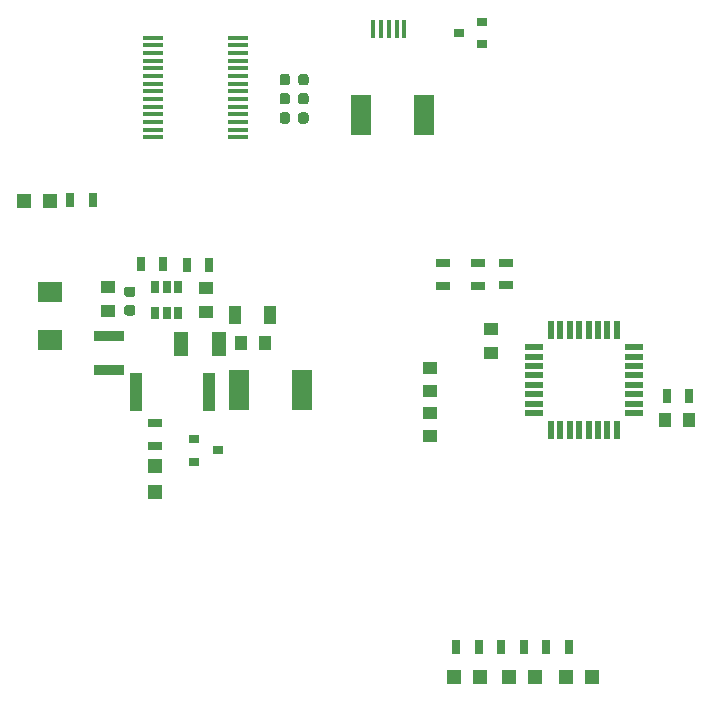
<source format=gtp>
G04 #@! TF.GenerationSoftware,KiCad,Pcbnew,5.1.7-a382d34a8~87~ubuntu20.04.1*
G04 #@! TF.CreationDate,2021-03-22T20:15:53-04:00*
G04 #@! TF.ProjectId,SystemHitLInterface,53797374-656d-4486-9974-4c496e746572,rev?*
G04 #@! TF.SameCoordinates,Original*
G04 #@! TF.FileFunction,Paste,Top*
G04 #@! TF.FilePolarity,Positive*
%FSLAX46Y46*%
G04 Gerber Fmt 4.6, Leading zero omitted, Abs format (unit mm)*
G04 Created by KiCad (PCBNEW 5.1.7-a382d34a8~87~ubuntu20.04.1) date 2021-03-22 20:15:53*
%MOMM*%
%LPD*%
G01*
G04 APERTURE LIST*
%ADD10R,1.300000X0.700000*%
%ADD11R,0.700000X1.300000*%
%ADD12R,1.200000X2.000000*%
%ADD13R,1.780000X3.500000*%
%ADD14R,1.250000X1.000000*%
%ADD15R,0.650000X1.060000*%
%ADD16R,1.000000X1.600000*%
%ADD17R,1.000000X1.250000*%
%ADD18R,1.200000X1.200000*%
%ADD19R,0.900000X0.800000*%
%ADD20R,1.600000X0.550000*%
%ADD21R,0.550000X1.600000*%
%ADD22R,1.750000X0.450000*%
%ADD23R,0.450000X1.500000*%
%ADD24R,1.000000X3.200000*%
%ADD25R,2.159000X1.778000*%
%ADD26R,2.500000X0.900000*%
G04 APERTURE END LIST*
D10*
X140919200Y-100467200D03*
X140919200Y-98567200D03*
D11*
X154564000Y-109829600D03*
X156464000Y-109829600D03*
X105953600Y-93218000D03*
X104053600Y-93218000D03*
D12*
X116598700Y-105412540D03*
X113398700Y-105412540D03*
D13*
X118351300Y-109347000D03*
X123631300Y-109347000D03*
D14*
X115493800Y-102727000D03*
X115493800Y-100727000D03*
D11*
X115816420Y-98724720D03*
X113916420Y-98724720D03*
X110030220Y-98709480D03*
X111930220Y-98709480D03*
D10*
X111222000Y-112146000D03*
X111222000Y-114046000D03*
D15*
X113149600Y-100611800D03*
X112199600Y-100611800D03*
X111249600Y-100611800D03*
X111249600Y-102811800D03*
X113149600Y-102811800D03*
X112199600Y-102811800D03*
D16*
X117970300Y-102997000D03*
X120970300Y-102997000D03*
D17*
X118494300Y-105346500D03*
X120494300Y-105346500D03*
D18*
X111222000Y-115796000D03*
X111222000Y-117996000D03*
X102325600Y-93332000D03*
X100125600Y-93332000D03*
D14*
X107274360Y-100616000D03*
X107274360Y-102616000D03*
G36*
G01*
X109336550Y-103031500D02*
X108824050Y-103031500D01*
G75*
G02*
X108605300Y-102812750I0J218750D01*
G01*
X108605300Y-102375250D01*
G75*
G02*
X108824050Y-102156500I218750J0D01*
G01*
X109336550Y-102156500D01*
G75*
G02*
X109555300Y-102375250I0J-218750D01*
G01*
X109555300Y-102812750D01*
G75*
G02*
X109336550Y-103031500I-218750J0D01*
G01*
G37*
G36*
G01*
X109336550Y-101456500D02*
X108824050Y-101456500D01*
G75*
G02*
X108605300Y-101237750I0J218750D01*
G01*
X108605300Y-100800250D01*
G75*
G02*
X108824050Y-100581500I218750J0D01*
G01*
X109336550Y-100581500D01*
G75*
G02*
X109555300Y-100800250I0J-218750D01*
G01*
X109555300Y-101237750D01*
G75*
G02*
X109336550Y-101456500I-218750J0D01*
G01*
G37*
X139700000Y-106206800D03*
X139700000Y-104206800D03*
D17*
X154397200Y-111912400D03*
X156397200Y-111912400D03*
D14*
X134467600Y-111268000D03*
X134467600Y-113268000D03*
X134467600Y-109458000D03*
X134467600Y-107458000D03*
G36*
G01*
X122636800Y-82801750D02*
X122636800Y-83314250D01*
G75*
G02*
X122418050Y-83533000I-218750J0D01*
G01*
X121980550Y-83533000D01*
G75*
G02*
X121761800Y-83314250I0J218750D01*
G01*
X121761800Y-82801750D01*
G75*
G02*
X121980550Y-82583000I218750J0D01*
G01*
X122418050Y-82583000D01*
G75*
G02*
X122636800Y-82801750I0J-218750D01*
G01*
G37*
G36*
G01*
X124211800Y-82801750D02*
X124211800Y-83314250D01*
G75*
G02*
X123993050Y-83533000I-218750J0D01*
G01*
X123555550Y-83533000D01*
G75*
G02*
X123336800Y-83314250I0J218750D01*
G01*
X123336800Y-82801750D01*
G75*
G02*
X123555550Y-82583000I218750J0D01*
G01*
X123993050Y-82583000D01*
G75*
G02*
X124211800Y-82801750I0J-218750D01*
G01*
G37*
G36*
G01*
X124211800Y-84427350D02*
X124211800Y-84939850D01*
G75*
G02*
X123993050Y-85158600I-218750J0D01*
G01*
X123555550Y-85158600D01*
G75*
G02*
X123336800Y-84939850I0J218750D01*
G01*
X123336800Y-84427350D01*
G75*
G02*
X123555550Y-84208600I218750J0D01*
G01*
X123993050Y-84208600D01*
G75*
G02*
X124211800Y-84427350I0J-218750D01*
G01*
G37*
G36*
G01*
X122636800Y-84427350D02*
X122636800Y-84939850D01*
G75*
G02*
X122418050Y-85158600I-218750J0D01*
G01*
X121980550Y-85158600D01*
G75*
G02*
X121761800Y-84939850I0J218750D01*
G01*
X121761800Y-84427350D01*
G75*
G02*
X121980550Y-84208600I218750J0D01*
G01*
X122418050Y-84208600D01*
G75*
G02*
X122636800Y-84427350I0J-218750D01*
G01*
G37*
G36*
G01*
X121761800Y-86565450D02*
X121761800Y-86052950D01*
G75*
G02*
X121980550Y-85834200I218750J0D01*
G01*
X122418050Y-85834200D01*
G75*
G02*
X122636800Y-86052950I0J-218750D01*
G01*
X122636800Y-86565450D01*
G75*
G02*
X122418050Y-86784200I-218750J0D01*
G01*
X121980550Y-86784200D01*
G75*
G02*
X121761800Y-86565450I0J218750D01*
G01*
G37*
G36*
G01*
X123336800Y-86565450D02*
X123336800Y-86052950D01*
G75*
G02*
X123555550Y-85834200I218750J0D01*
G01*
X123993050Y-85834200D01*
G75*
G02*
X124211800Y-86052950I0J-218750D01*
G01*
X124211800Y-86565450D01*
G75*
G02*
X123993050Y-86784200I-218750J0D01*
G01*
X123555550Y-86784200D01*
G75*
G02*
X123336800Y-86565450I0J218750D01*
G01*
G37*
D19*
X136922000Y-79095600D03*
X138922000Y-78145600D03*
X138922000Y-80045600D03*
D18*
X138768000Y-133654800D03*
X136568000Y-133654800D03*
X143408400Y-133654800D03*
X141208400Y-133654800D03*
X145983600Y-133604000D03*
X148183600Y-133604000D03*
D13*
X133956400Y-86055200D03*
X128676400Y-86055200D03*
D11*
X136718000Y-131114800D03*
X138618000Y-131114800D03*
X142428000Y-131114800D03*
X140528000Y-131114800D03*
X146238000Y-131114800D03*
X144338000Y-131114800D03*
D10*
X138531600Y-100518000D03*
X138531600Y-98618000D03*
X135636000Y-98618000D03*
X135636000Y-100518000D03*
D20*
X143273200Y-105708800D03*
X143273200Y-106508800D03*
X143273200Y-107308800D03*
X143273200Y-108108800D03*
X143273200Y-108908800D03*
X143273200Y-109708800D03*
X143273200Y-110508800D03*
X143273200Y-111308800D03*
D21*
X144723200Y-112758800D03*
X145523200Y-112758800D03*
X146323200Y-112758800D03*
X147123200Y-112758800D03*
X147923200Y-112758800D03*
X148723200Y-112758800D03*
X149523200Y-112758800D03*
X150323200Y-112758800D03*
D20*
X151773200Y-111308800D03*
X151773200Y-110508800D03*
X151773200Y-109708800D03*
X151773200Y-108908800D03*
X151773200Y-108108800D03*
X151773200Y-107308800D03*
X151773200Y-106508800D03*
X151773200Y-105708800D03*
D21*
X150323200Y-104258800D03*
X149523200Y-104258800D03*
X148723200Y-104258800D03*
X147923200Y-104258800D03*
X147123200Y-104258800D03*
X146323200Y-104258800D03*
X145523200Y-104258800D03*
X144723200Y-104258800D03*
D22*
X111055600Y-79493400D03*
X111055600Y-80143400D03*
X111055600Y-80793400D03*
X111055600Y-81443400D03*
X111055600Y-82093400D03*
X111055600Y-82743400D03*
X111055600Y-83393400D03*
X111055600Y-84043400D03*
X111055600Y-84693400D03*
X111055600Y-85343400D03*
X111055600Y-85993400D03*
X111055600Y-86643400D03*
X111055600Y-87293400D03*
X111055600Y-87943400D03*
X118255600Y-87943400D03*
X118255600Y-87293400D03*
X118255600Y-86643400D03*
X118255600Y-85993400D03*
X118255600Y-85343400D03*
X118255600Y-84693400D03*
X118255600Y-84043400D03*
X118255600Y-83393400D03*
X118255600Y-82743400D03*
X118255600Y-82093400D03*
X118255600Y-81443400D03*
X118255600Y-80793400D03*
X118255600Y-80143400D03*
X118255600Y-79493400D03*
D23*
X131013200Y-78778600D03*
X131663200Y-78778600D03*
X130363200Y-78778600D03*
X132313200Y-78778600D03*
X129713200Y-78778600D03*
D19*
X114519200Y-113502400D03*
X114519200Y-115402400D03*
X116519200Y-114452400D03*
D24*
X115774400Y-109474000D03*
X109574400Y-109474000D03*
D25*
X102362000Y-101041200D03*
X102362000Y-105105200D03*
D26*
X107340400Y-107672800D03*
X107340400Y-104772800D03*
M02*

</source>
